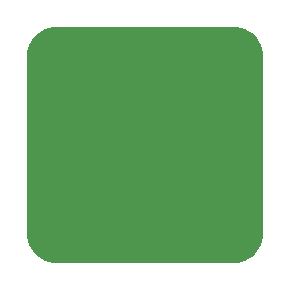
<source format=gbr>
%TF.GenerationSoftware,KiCad,Pcbnew,7.0.5+dfsg-2*%
%TF.CreationDate,2023-08-19T10:49:16+02:00*%
%TF.ProjectId,023-lumped-wilkinson-splitter,3032332d-6c75-46d7-9065-642d77696c6b,1*%
%TF.SameCoordinates,Original*%
%TF.FileFunction,Soldermask,Bot*%
%TF.FilePolarity,Negative*%
%FSLAX46Y46*%
G04 Gerber Fmt 4.6, Leading zero omitted, Abs format (unit mm)*
G04 Created by KiCad (PCBNEW 7.0.5+dfsg-2) date 2023-08-19 10:49:16*
%MOMM*%
%LPD*%
G01*
G04 APERTURE LIST*
%ADD10C,3.400000*%
G04 APERTURE END LIST*
D10*
%TO.C,H3*%
X140000000Y-70000000D03*
%TD*%
%TO.C,H1*%
X155000000Y-85000000D03*
%TD*%
%TO.C,H2*%
X155000000Y-70000000D03*
%TD*%
%TO.C,H4*%
X140000000Y-85000000D03*
%TD*%
G36*
X155002061Y-67500135D02*
G01*
X155322189Y-67521117D01*
X155330368Y-67522193D01*
X155642996Y-67584379D01*
X155650964Y-67586514D01*
X155952793Y-67688971D01*
X155960415Y-67692128D01*
X156246292Y-67833106D01*
X156253436Y-67837231D01*
X156518464Y-68014318D01*
X156525008Y-68019339D01*
X156764659Y-68229507D01*
X156770492Y-68235340D01*
X156980660Y-68474991D01*
X156985681Y-68481535D01*
X157162768Y-68746563D01*
X157166893Y-68753707D01*
X157307871Y-69039584D01*
X157311028Y-69047206D01*
X157413485Y-69349035D01*
X157415620Y-69357003D01*
X157477806Y-69669631D01*
X157478882Y-69677810D01*
X157499865Y-69997938D01*
X157500000Y-70002059D01*
X157500000Y-84997940D01*
X157499865Y-85002061D01*
X157478882Y-85322189D01*
X157477806Y-85330368D01*
X157415620Y-85642996D01*
X157413485Y-85650964D01*
X157311028Y-85952793D01*
X157307871Y-85960415D01*
X157166893Y-86246292D01*
X157162768Y-86253436D01*
X156985681Y-86518464D01*
X156980660Y-86525008D01*
X156770492Y-86764659D01*
X156764659Y-86770492D01*
X156525008Y-86980660D01*
X156518464Y-86985681D01*
X156253436Y-87162768D01*
X156246292Y-87166893D01*
X155960415Y-87307871D01*
X155952793Y-87311028D01*
X155650964Y-87413485D01*
X155642996Y-87415620D01*
X155330368Y-87477806D01*
X155322189Y-87478882D01*
X155002061Y-87499865D01*
X154997940Y-87500000D01*
X140002060Y-87500000D01*
X139997939Y-87499865D01*
X139677810Y-87478882D01*
X139669631Y-87477806D01*
X139357003Y-87415620D01*
X139349035Y-87413485D01*
X139047206Y-87311028D01*
X139039584Y-87307871D01*
X138753707Y-87166893D01*
X138746563Y-87162768D01*
X138481535Y-86985681D01*
X138474991Y-86980660D01*
X138235340Y-86770492D01*
X138229507Y-86764659D01*
X138019339Y-86525008D01*
X138014318Y-86518464D01*
X137837231Y-86253436D01*
X137833106Y-86246292D01*
X137692128Y-85960415D01*
X137688971Y-85952793D01*
X137586514Y-85650964D01*
X137584379Y-85642996D01*
X137522193Y-85330368D01*
X137521117Y-85322189D01*
X137500135Y-85002061D01*
X137500000Y-84997940D01*
X137500000Y-70002059D01*
X137500135Y-69997938D01*
X137521117Y-69677810D01*
X137522193Y-69669631D01*
X137584379Y-69357003D01*
X137586514Y-69349035D01*
X137688971Y-69047206D01*
X137692128Y-69039584D01*
X137833106Y-68753707D01*
X137837231Y-68746563D01*
X138014318Y-68481535D01*
X138019339Y-68474991D01*
X138229507Y-68235340D01*
X138235340Y-68229507D01*
X138474991Y-68019339D01*
X138481535Y-68014318D01*
X138746563Y-67837231D01*
X138753707Y-67833106D01*
X139039584Y-67692128D01*
X139047206Y-67688971D01*
X139349035Y-67586514D01*
X139357003Y-67584379D01*
X139669631Y-67522193D01*
X139677810Y-67521117D01*
X139997939Y-67500135D01*
X140002060Y-67500000D01*
X154997940Y-67500000D01*
X155002061Y-67500135D01*
G37*
M02*

</source>
